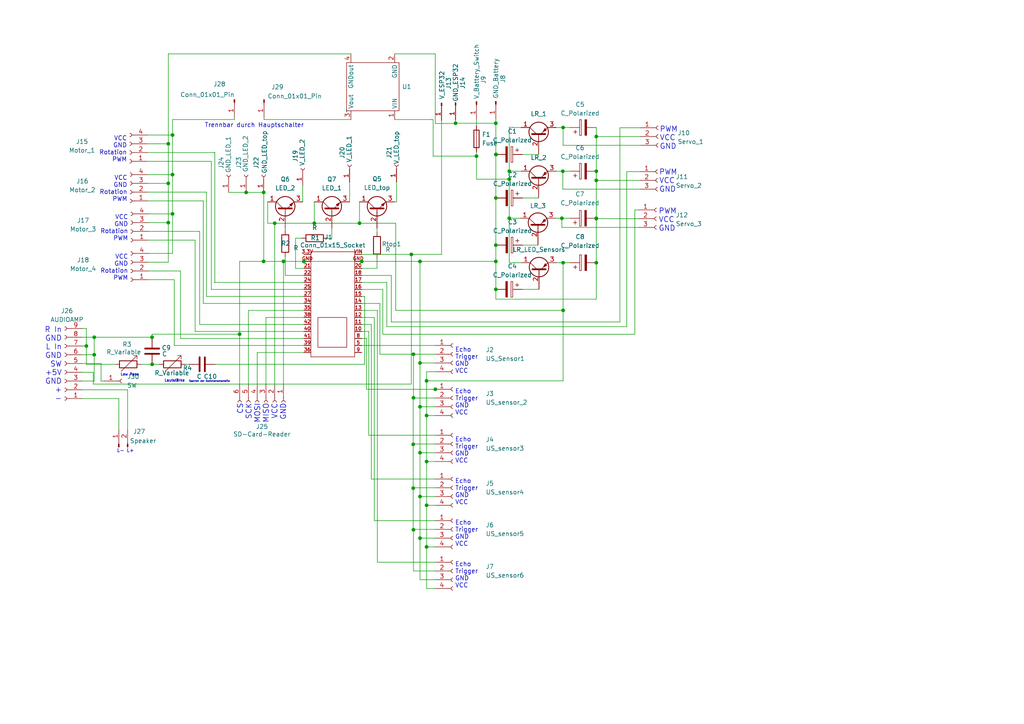
<source format=kicad_sch>
(kicad_sch (version 20230121) (generator eeschema)
  (paper "A4")
  (lib_symbols
    (symbol "Connector:Conn_01x01_Pin" (pin_names (offset 1.016) hide)
      (property "Reference" "J" (at 0 2.54 0))
      (property "Value" "Conn_01x01_Pin" (at 0 -2.54 0))
      (symbol "Conn_01x01_Pin_1_1"
        (polyline (pts (xy 1.27 0) (xy 0.8636 0)) (stroke (width 0.1524)))
        (rectangle (start 0.8636 0.127) (end 0 -0.127) (stroke (width 0.1524)) (fill (type outline)))
        (pin passive line (at 5.08 0 180) (length 3.81) (name "Pin_1") (number "1"))
      )
    )
    (symbol "Connector:Conn_01x01_Socket" (pin_names (offset 1.016) hide)
      (property "Reference" "J" (at 0 2.54 0))
      (property "Value" "Conn_01x01_Socket" (at 0 -2.54 0))
      (symbol "Conn_01x01_Socket_1_1"
        (polyline (pts (xy -1.27 0) (xy -0.508 0)) (stroke (width 0.1524)))
        (arc (start 0 0.508) (mid -0.5058 0) (end 0 -0.508) (stroke (width 0.1524)))
        (pin passive line (at -5.08 0 0) (length 3.81) (name "Pin_1") (number "1"))
      )
    )
    (symbol "Connector:Conn_01x02_Pin" (pin_names (offset 1.016) hide)
      (property "Reference" "J" (at 0 2.54 0))
      (property "Value" "Conn_01x02_Pin" (at 0 -5.08 0))
      (symbol "Conn_01x02_Pin_1_1"
        (polyline (pts (xy 1.27 -2.54) (xy 0.8636 -2.54)) (stroke (width 0.1524)))
        (polyline (pts (xy 1.27 0) (xy 0.8636 0)) (stroke (width 0.1524)))
        (rectangle (start 0.8636 -2.413) (end 0 -2.667) (stroke (width 0.1524)) (fill (type outline)))
        (rectangle (start 0.8636 0.127) (end 0 -0.127) (stroke (width 0.1524)) (fill (type outline)))
        (pin passive line (at 5.08 0 180) (length 3.81) (name "Pin_1") (number "1"))
        (pin passive line (at 5.08 -2.54 180) (length 3.81) (name "Pin_2") (number "2"))
      )
    )
    (symbol "Connector:Conn_01x03_Socket" (pin_names (offset 1.016) hide)
      (property "Reference" "J" (at 0 5.08 0))
      (property "Value" "Conn_01x03_Socket" (at 0 -5.08 0))
      (symbol "Conn_01x03_Socket_1_1"
        (arc (start 0 -2.032) (mid -0.5058 -2.54) (end 0 -3.048) (stroke (width 0.1524)))
        (polyline (pts (xy -1.27 -2.54) (xy -0.508 -2.54)) (stroke (width 0.1524)))
        (polyline (pts (xy -1.27 0) (xy -0.508 0)) (stroke (width 0.1524)))
        (polyline (pts (xy -1.27 2.54) (xy -0.508 2.54)) (stroke (width 0.1524)))
        (arc (start 0 0.508) (mid -0.5058 0) (end 0 -0.508) (stroke (width 0.1524)))
        (arc (start 0 3.048) (mid -0.5058 2.54) (end 0 2.032) (stroke (width 0.1524)))
        (pin passive line (at -5.08 2.54 0) (length 3.81) (name "Pin_1") (number "1"))
        (pin passive line (at -5.08 0 0) (length 3.81) (name "Pin_2") (number "2"))
        (pin passive line (at -5.08 -2.54 0) (length 3.81) (name "Pin_3") (number "3"))
      )
    )
    (symbol "Connector:Conn_01x04_Socket" (pin_names (offset 1.016) hide)
      (property "Reference" "J" (at 0 5.08 0))
      (property "Value" "Conn_01x04_Socket" (at 0 -7.62 0))
      (symbol "Conn_01x04_Socket_1_1"
        (arc (start 0 -4.572) (mid -0.5058 -5.08) (end 0 -5.588) (stroke (width 0.1524)))
        (arc (start 0 -2.032) (mid -0.5058 -2.54) (end 0 -3.048) (stroke (width 0.1524)))
        (polyline (pts (xy -1.27 -5.08) (xy -0.508 -5.08)) (stroke (width 0.1524)))
        (polyline (pts (xy -1.27 -2.54) (xy -0.508 -2.54)) (stroke (width 0.1524)))
        (polyline (pts (xy -1.27 0) (xy -0.508 0)) (stroke (width 0.1524)))
        (polyline (pts (xy -1.27 2.54) (xy -0.508 2.54)) (stroke (width 0.1524)))
        (arc (start 0 0.508) (mid -0.5058 0) (end 0 -0.508) (stroke (width 0.1524)))
        (arc (start 0 3.048) (mid -0.5058 2.54) (end 0 2.032) (stroke (width 0.1524)))
        (pin passive line (at -5.08 2.54 0) (length 3.81) (name "Pin_1") (number "1"))
        (pin passive line (at -5.08 0 0) (length 3.81) (name "Pin_2") (number "2"))
        (pin passive line (at -5.08 -2.54 0) (length 3.81) (name "Pin_3") (number "3"))
        (pin passive line (at -5.08 -5.08 0) (length 3.81) (name "Pin_4") (number "4"))
      )
    )
    (symbol "Connector:Conn_01x06_Socket" (pin_names (offset 1.016) hide)
      (property "Reference" "J" (at 0 7.62 0))
      (property "Value" "Conn_01x06_Socket" (at 0 -10.16 0))
      (symbol "Conn_01x06_Socket_1_1"
        (arc (start 0 -7.112) (mid -0.5058 -7.62) (end 0 -8.128) (stroke (width 0.1524)))
        (arc (start 0 -4.572) (mid -0.5058 -5.08) (end 0 -5.588) (stroke (width 0.1524)))
        (arc (start 0 -2.032) (mid -0.5058 -2.54) (end 0 -3.048) (stroke (width 0.1524)))
        (polyline (pts (xy -1.27 -7.62) (xy -0.508 -7.62)) (stroke (width 0.1524)))
        (polyline (pts (xy -1.27 -5.08) (xy -0.508 -5.08)) (stroke (width 0.1524)))
        (polyline (pts (xy -1.27 -2.54) (xy -0.508 -2.54)) (stroke (width 0.1524)))
        (polyline (pts (xy -1.27 0) (xy -0.508 0)) (stroke (width 0.1524)))
        (polyline (pts (xy -1.27 2.54) (xy -0.508 2.54)) (stroke (width 0.1524)))
        (polyline (pts (xy -1.27 5.08) (xy -0.508 5.08)) (stroke (width 0.1524)))
        (arc (start 0 0.508) (mid -0.5058 0) (end 0 -0.508) (stroke (width 0.1524)))
        (arc (start 0 3.048) (mid -0.5058 2.54) (end 0 2.032) (stroke (width 0.1524)))
        (arc (start 0 5.588) (mid -0.5058 5.08) (end 0 4.572) (stroke (width 0.1524)))
        (pin passive line (at -5.08 5.08 0) (length 3.81) (name "Pin_1") (number "1"))
        (pin passive line (at -5.08 2.54 0) (length 3.81) (name "Pin_2") (number "2"))
        (pin passive line (at -5.08 0 0) (length 3.81) (name "Pin_3") (number "3"))
        (pin passive line (at -5.08 -2.54 0) (length 3.81) (name "Pin_4") (number "4"))
        (pin passive line (at -5.08 -5.08 0) (length 3.81) (name "Pin_5") (number "5"))
        (pin passive line (at -5.08 -7.62 0) (length 3.81) (name "Pin_6") (number "6"))
      )
    )
    (symbol "Connector:Conn_01x09_Socket" (pin_names (offset 1.016) hide)
      (property "Reference" "J" (at 0 12.7 0))
      (property "Value" "Conn_01x09_Socket" (at 0 -12.7 0))
      (symbol "Conn_01x09_Socket_1_1"
        (arc (start 0 -9.652) (mid -0.5058 -10.16) (end 0 -10.668) (stroke (width 0.1524)))
        (arc (start 0 -7.112) (mid -0.5058 -7.62) (end 0 -8.128) (stroke (width 0.1524)))
        (arc (start 0 -4.572) (mid -0.5058 -5.08) (end 0 -5.588) (stroke (width 0.1524)))
        (arc (start 0 -2.032) (mid -0.5058 -2.54) (end 0 -3.048) (stroke (width 0.1524)))
        (polyline (pts (xy -1.27 -10.16) (xy -0.508 -10.16)) (stroke (width 0.1524)))
        (polyline (pts (xy -1.27 -7.62) (xy -0.508 -7.62)) (stroke (width 0.1524)))
        (polyline (pts (xy -1.27 -5.08) (xy -0.508 -5.08)) (stroke (width 0.1524)))
        (polyline (pts (xy -1.27 -2.54) (xy -0.508 -2.54)) (stroke (width 0.1524)))
        (polyline (pts (xy -1.27 0) (xy -0.508 0)) (stroke (width 0.1524)))
        (polyline (pts (xy -1.27 2.54) (xy -0.508 2.54)) (stroke (width 0.1524)))
        (polyline (pts (xy -1.27 5.08) (xy -0.508 5.08)) (stroke (width 0.1524)))
        (polyline (pts (xy -1.27 7.62) (xy -0.508 7.62)) (stroke (width 0.1524)))
        (polyline (pts (xy -1.27 10.16) (xy -0.508 10.16)) (stroke (width 0.1524)))
        (arc (start 0 0.508) (mid -0.5058 0) (end 0 -0.508) (stroke (width 0.1524)))
        (arc (start 0 3.048) (mid -0.5058 2.54) (end 0 2.032) (stroke (width 0.1524)))
        (arc (start 0 5.588) (mid -0.5058 5.08) (end 0 4.572) (stroke (width 0.1524)))
        (arc (start 0 8.128) (mid -0.5058 7.62) (end 0 7.112) (stroke (width 0.1524)))
        (arc (start 0 10.668) (mid -0.5058 10.16) (end 0 9.652) (stroke (width 0.1524)))
        (pin passive line (at -5.08 10.16 0) (length 3.81) (name "Pin_1") (number "1"))
        (pin passive line (at -5.08 7.62 0) (length 3.81) (name "Pin_2") (number "2"))
        (pin passive line (at -5.08 5.08 0) (length 3.81) (name "Pin_3") (number "3"))
        (pin passive line (at -5.08 2.54 0) (length 3.81) (name "Pin_4") (number "4"))
        (pin passive line (at -5.08 0 0) (length 3.81) (name "Pin_5") (number "5"))
        (pin passive line (at -5.08 -2.54 0) (length 3.81) (name "Pin_6") (number "6"))
        (pin passive line (at -5.08 -5.08 0) (length 3.81) (name "Pin_7") (number "7"))
        (pin passive line (at -5.08 -7.62 0) (length 3.81) (name "Pin_8") (number "8"))
        (pin passive line (at -5.08 -10.16 0) (length 3.81) (name "Pin_9") (number "9"))
      )
    )
    (symbol "Device:C" (pin_numbers hide) (pin_names (offset 0.254))
      (property "Reference" "C" (at 0.635 2.54 0))
      (property "Value" "C" (at 0.635 -2.54 0))
      (symbol "C_0_1"
        (polyline (pts (xy -2.032 -0.762) (xy 2.032 -0.762)) (stroke (width 0.508)))
        (polyline (pts (xy -2.032 0.762) (xy 2.032 0.762)) (stroke (width 0.508)))
      )
      (symbol "C_1_1"
        (pin passive line (at 0 3.81 270) (length 2.794) (name "~") (number "1"))
        (pin passive line (at 0 -3.81 90) (length 2.794) (name "~") (number "2"))
      )
    )
    (symbol "Device:C_Polarized" (pin_numbers hide) (pin_names (offset 0.254))
      (property "Reference" "C" (at 0.635 2.54 0))
      (property "Value" "C_Polarized" (at 0.635 -2.54 0))
      (symbol "C_Polarized_0_1"
        (rectangle (start -2.286 0.508) (end 2.286 1.016))
        (polyline (pts (xy -1.778 2.286) (xy -0.762 2.286)))
        (polyline (pts (xy -1.27 2.794) (xy -1.27 1.778)))
        (rectangle (start 2.286 -0.508) (end -2.286 -1.016) (fill (type outline)))
      )
      (symbol "C_Polarized_1_1"
        (pin passive line (at 0 3.81 270) (length 2.794) (name "~") (number "1"))
        (pin passive line (at 0 -3.81 90) (length 2.794) (name "~") (number "2"))
      )
    )
    (symbol "Device:Fuse" (pin_numbers hide) (pin_names (offset 0))
      (property "Reference" "F" (at 2.032 0 90))
      (property "Value" "Fuse" (at -1.905 0 90))
      (symbol "Fuse_0_1"
        (rectangle (start -0.762 -2.54) (end 0.762 2.54) (stroke (width 0.254)))
        (polyline (pts (xy 0 2.54) (xy 0 -2.54)))
      )
      (symbol "Fuse_1_1"
        (pin passive line (at 0 3.81 270) (length 1.27) (name "~") (number "1"))
        (pin passive line (at 0 -3.81 90) (length 1.27) (name "~") (number "2"))
      )
    )
    (symbol "Device:Q_PNP_CBE" (pin_names (offset 0) hide)
      (property "Reference" "Q" (at 5.08 1.27 0))
      (property "Value" "Q_PNP_CBE" (at 5.08 -1.27 0))
      (symbol "Q_PNP_CBE_0_1"
        (polyline (pts (xy 0.635 0.635) (xy 2.54 2.54)))
        (polyline (pts (xy 0.635 -0.635) (xy 2.54 -2.54) (xy 2.54 -2.54)))
        (polyline (pts (xy 0.635 1.905) (xy 0.635 -1.905) (xy 0.635 -1.905)) (stroke (width 0.508)))
        (polyline (pts (xy 2.286 -1.778) (xy 1.778 -2.286) (xy 1.27 -1.27) (xy 2.286 -1.778) (xy 2.286 -1.778)) (fill (type outline)))
        (circle (center 1.27 0) (radius 2.8194) (stroke (width 0.254)))
      )
      (symbol "Q_PNP_CBE_1_1"
        (pin passive line (at 2.54 5.08 270) (length 2.54) (name "C") (number "1"))
        (pin input line (at -5.08 0 0) (length 5.715) (name "B") (number "2"))
        (pin passive line (at 2.54 -5.08 90) (length 2.54) (name "E") (number "3"))
      )
    )
    (symbol "Device:R" (pin_numbers hide) (pin_names (offset 0))
      (property "Reference" "R" (at 2.032 0 90))
      (property "Value" "R" (at 0 0 90))
      (symbol "R_0_1"
        (rectangle (start -1.016 -2.54) (end 1.016 2.54) (stroke (width 0.254)))
      )
      (symbol "R_1_1"
        (pin passive line (at 0 3.81 270) (length 1.27) (name "~") (number "1"))
        (pin passive line (at 0 -3.81 90) (length 1.27) (name "~") (number "2"))
      )
    )
    (symbol "Device:R_Variable" (pin_numbers hide) (pin_names (offset 0))
      (property "Reference" "R" (at 2.54 -2.54 90))
      (property "Value" "R_Variable" (at -2.54 -1.27 90))
      (symbol "R_Variable_0_1"
        (rectangle (start -1.016 -2.54) (end 1.016 2.54) (stroke (width 0.254)))
        (polyline (pts (xy 2.54 1.524) (xy 2.54 2.54) (xy 1.524 2.54) (xy 2.54 2.54) (xy -2.032 -2.032)))
      )
      (symbol "R_Variable_1_1"
        (pin passive line (at 0 3.81 270) (length 1.27) (name "~") (number "1"))
        (pin passive line (at 0 -3.81 90) (length 1.27) (name "~") (number "2"))
      )
    )
    (symbol "Symbol_Library:Boost_converter"
      (property "Reference" "U" (at 0 0 0))
      (symbol "Boost_converter_0_1"
        (rectangle (start 0 0) (end 13.97 -15.24))
      )
      (symbol "Boost_converter_1_1"
        (pin output line (at -2.54 -13.97 0) (length 2.54) (name "VIN") (number "1"))
        (pin output line (at 16.51 -13.97 180) (length 2.54) (name "GND") (number "2"))
        (pin input line (at -2.54 -1.27 0) (length 2.54) (name "Vout") (number "3"))
        (pin input line (at 16.51 -1.27 180) (length 2.54) (name "GNDout") (number "4"))
      )
    )
    (symbol "Symbol_Library:ESP32" (pin_names (offset 1.016) hide)
      (property "Reference" "J" (at 0 -17.78 0))
      (property "Value" "Conn_01x15_Socket" (at 0 -20.32 0))
      (symbol "ESP32_1_1"
        (rectangle (start -6.35 17.78) (end 6.35 -12.7))
        (rectangle (start -4.064 14.986) (end 4.318 6.35))
        (pin passive line (at -8.382 10.414 0) (length 2) (name "10") (number "10"))
        (pin passive line (at -8.382 8.382 0) (length 2) (name "11") (number "11"))
        (pin passive line (at -8.382 6.35 0) (length 2) (name "12") (number "12"))
        (pin passive line (at -8.382 4.318 0) (length 2) (name "13") (number "13"))
        (pin passive line (at -8.382 2.286 0) (length 2) (name "14") (number "14"))
        (pin passive line (at -8.382 0.254 0) (length 2) (name "15") (number "15"))
        (pin passive line (at -8.382 -1.778 0) (length 2) (name "16") (number "16"))
        (pin passive line (at -8.382 -3.81 0) (length 2) (name "17") (number "17"))
        (pin passive line (at -8.382 -5.842 0) (length 2) (name "18") (number "18"))
        (pin passive line (at -8.382 -7.874 0) (length 2) (name "20") (number "20"))
        (pin passive line (at 8.382 -7.874 180) (length 2) (name "21") (number "21"))
        (pin passive line (at 8.382 -5.842 180) (length 2) (name "22") (number "22"))
        (pin passive line (at 8.382 -3.81 180) (length 2) (name "24") (number "24"))
        (pin passive line (at 8.382 -1.778 180) (length 2) (name "25") (number "25"))
        (pin passive line (at 8.382 0.254 180) (length 2) (name "27") (number "27"))
        (pin passive line (at 8.382 -11.938 180) (length 2) (name "3.3V") (number "3.3V"))
        (pin passive line (at 8.382 2.286 180) (length 2) (name "34") (number "34"))
        (pin passive line (at 8.382 4.318 180) (length 2) (name "35") (number "35"))
        (pin passive line (at 8.382 16.51 180) (length 2) (name "36") (number "36"))
        (pin passive line (at 8.382 6.35 180) (length 2) (name "38") (number "38"))
        (pin passive line (at 8.382 14.478 180) (length 2) (name "39") (number "39"))
        (pin passive line (at 8.382 10.414 180) (length 2) (name "40") (number "40"))
        (pin passive line (at 8.382 12.446 180) (length 2) (name "41") (number "41"))
        (pin passive line (at 8.382 8.382 180) (length 2) (name "42") (number "42"))
        (pin passive line (at -8.382 14.478 0) (length 2) (name "5") (number "5"))
        (pin passive line (at -8.382 12.446 0) (length 2) (name "8") (number "8"))
        (pin passive line (at -8.382 16.51 0) (length 2) (name "9") (number "9"))
        (pin passive line (at -8.382 -9.906 0) (length 2) (name "GND") (number "GND"))
        (pin passive line (at 8.382 -9.906 180) (length 2) (name "GND") (number "GND"))
        (pin passive line (at -8.382 -11.938 0) (length 2) (name "VIN") (number "VIN"))
      )
    )
    (symbol "Transistor_BJT:BC546" (pin_names (offset 0) hide)
      (property "Reference" "Q" (at 5.08 1.905 0))
      (property "Value" "BC546" (at 5.08 0 0))
      (symbol "BC546_0_1"
        (polyline (pts (xy 0 0) (xy 0.635 0)))
        (polyline (pts (xy 0.635 0.635) (xy 2.54 2.54)))
        (polyline (pts (xy 0.635 -0.635) (xy 2.54 -2.54) (xy 2.54 -2.54)))
        (polyline (pts (xy 0.635 1.905) (xy 0.635 -1.905) (xy 0.635 -1.905)) (stroke (width 0.508)))
        (polyline (pts (xy 1.27 -1.778) (xy 1.778 -1.27) (xy 2.286 -2.286) (xy 1.27 -1.778) (xy 1.27 -1.778)) (fill (type outline)))
        (circle (center 1.27 0) (radius 2.8194) (stroke (width 0.254)))
      )
      (symbol "BC546_1_1"
        (pin passive line (at 2.54 5.08 270) (length 2.54) (name "C") (number "1"))
        (pin input line (at -5.08 0 0) (length 5.08) (name "B") (number "2"))
        (pin passive line (at 2.54 -5.08 90) (length 2.54) (name "E") (number "3"))
      )
    )
  )
  (junction (at 172.9486 39.5986))
  (junction (at 27.3304 102.8954))
  (junction (at 143.8148 35.7378))
  (junction (at 104.902 75.819))
  (junction (at 123.7234 158.623))
  (junction (at 88.138 75.819))
  (junction (at 143.891 44.8056))
  (junction (at 143.8148 44.8056))
  (junction (at 147.701 49.657))
  (junction (at 71.3994 55.8038))
  (junction (at 138.2014 45.2882))
  (junction (at 44.0944 97.8154))
  (junction (at 172.9486 49.657))
  (junction (at 121.8184 156.083))
  (junction (at 119.3038 73.787))
  (junction (at 172.9486 76.2))
  (junction (at 25.0444 100.3554))
  (junction (at 50.038 62.0268))
  (junction (at 50.038 50.6476))
  (junction (at 172.9486 63.4238))
  (junction (at 91.1606 64.7446))
  (junction (at 79.6798 64.7446))
  (junction (at 119.9134 115.3668))
  (junction (at 163.322 90.0176))
  (junction (at 143.8148 83.9216))
  (junction (at 121.8184 117.983))
  (junction (at 126.2634 112.903))
  (junction (at 123.7234 133.858))
  (junction (at 123.7234 146.558))
  (junction (at 123.7234 120.523))
  (junction (at 123.7234 110.4646))
  (junction (at 143.8148 57.4294))
  (junction (at 119.8372 141.5796))
  (junction (at 147.701 51.9684))
  (junction (at 121.8184 105.283))
  (junction (at 163.2458 49.657))
  (junction (at 48.8188 53.1876))
  (junction (at 27.3304 97.8154))
  (junction (at 104.267 64.7446))
  (junction (at 121.8184 144.018))
  (junction (at 172.9486 52.324))
  (junction (at 172.9486 63.2968))
  (junction (at 48.8188 41.7068))
  (junction (at 147.701 63.2968))
  (junction (at 69.4944 96.9264))
  (junction (at 119.9134 102.743))
  (junction (at 44.1198 105.664))
  (junction (at 132.1308 35.7378))
  (junction (at 119.9134 153.6446))
  (junction (at 121.8184 75.819))
  (junction (at 163.322 36.9824))
  (junction (at 48.8188 64.5668))
  (junction (at 119.8372 128.8796))
  (junction (at 143.8148 71.0946))
  (junction (at 121.8184 131.318))
  (junction (at 143.8148 75.819))
  (junction (at 162.9664 63.2968))
  (junction (at 50.038 39.1668))
  (junction (at 76.454 75.819))
  (junction (at 82.2198 75.819))
  (junction (at 163.322 76.2))
  (junction (at 76.4794 55.8038))
  (wire (pts (xy 184.1246 60.8838) (xy 184.1246 96.9518)))
  (wire (pts (xy 88.138 75.819) (xy 104.902 75.819)))
  (wire (pts (xy 126.238 15.7226) (xy 126.2126 15.7226)))
  (wire (pts (xy 44.0944 98.044) (xy 44.0944 97.8154)))
  (wire (pts (xy 27.3304 110.5154) (xy 23.876 110.5154)))
  (wire (pts (xy 96.2406 66.167) (xy 96.2406 69.088)))
  (wire (pts (xy 128.0668 73.787) (xy 119.3038 73.787)))
  (wire (pts (xy 185.3184 60.8838) (xy 184.1246 60.8838)))
  (wire (pts (xy 62.1538 44.2214) (xy 62.1538 44.2468)))
  (wire (pts (xy 76.5048 75.7428) (xy 76.454 75.7428)))
  (wire (pts (xy 34.4678 115.5954) (xy 34.4678 124.587)))
  (wire (pts (xy 179.8066 37.0586) (xy 179.8066 93.3704)))
  (wire (pts (xy 123.7234 133.858) (xy 126.2634 133.858)))
  (wire (pts (xy 76.454 75.819) (xy 82.2198 75.819)))
  (wire (pts (xy 138.2014 45.2882) (xy 125.6284 45.2882)))
  (wire (pts (xy 76.5048 55.8038) (xy 76.4794 55.8038)))
  (wire (pts (xy 112.1918 81.915) (xy 112.1918 94.742)))
  (wire (pts (xy 163.322 76.2) (xy 165.3286 76.2)))
  (wire (pts (xy 27.051 111.4044) (xy 119.3038 111.4044)))
  (wire (pts (xy 128.0668 34.9504) (xy 128.0668 73.787)))
  (wire (pts (xy 143.8148 86.7664) (xy 172.9486 86.7664)))
  (wire (pts (xy 147.701 51.9684) (xy 147.701 63.2968)))
  (wire (pts (xy 107.696 138.938) (xy 107.696 94.107)))
  (wire (pts (xy 121.8184 131.318) (xy 126.2634 131.318)))
  (wire (pts (xy 156.2354 57.277) (xy 156.2354 57.4294)))
  (wire (pts (xy 59.8932 85.979) (xy 88.138 85.979)))
  (wire (pts (xy 27.3304 102.8954) (xy 23.876 102.8954)))
  (wire (pts (xy 172.9486 63.2968) (xy 172.9486 63.4238)))
  (wire (pts (xy 48.8188 41.7068) (xy 48.8188 15.621)))
  (wire (pts (xy 67.9958 33.9344) (xy 67.9958 34.671)))
  (wire (pts (xy 72.0598 111.6076) (xy 72.0598 90.043)))
  (wire (pts (xy 50.038 50.6476) (xy 50.038 62.0268)))
  (wire (pts (xy 132.1308 34.8234) (xy 132.1308 35.7378)))
  (wire (pts (xy 44.0944 96.9264) (xy 44.0944 97.8154)))
  (wire (pts (xy 69.4944 75.819) (xy 76.454 75.819)))
  (wire (pts (xy 126.2634 107.823) (xy 123.7234 107.823)))
  (wire (pts (xy 110.1852 88.011) (xy 104.902 88.011)))
  (wire (pts (xy 179.8066 93.3704) (xy 113.4872 93.3704)))
  (wire (pts (xy 50.038 34.671) (xy 50.038 39.1668)))
  (wire (pts (xy 185.3184 65.9638) (xy 162.9664 65.9638)))
  (wire (pts (xy 109.4486 90.043) (xy 104.902 90.043)))
  (wire (pts (xy 77.6478 58.547) (xy 77.6478 64.7446)))
  (wire (pts (xy 58.9534 58.2676) (xy 58.9534 88.011)))
  (wire (pts (xy 71.3994 55.8038) (xy 76.4794 55.8038)))
  (wire (pts (xy 123.7234 158.623) (xy 126.2634 158.623)))
  (wire (pts (xy 184.1246 96.9518) (xy 111.0234 96.9518)))
  (wire (pts (xy 143.8148 57.4294) (xy 143.9418 57.4294)))
  (wire (pts (xy 58.9534 88.011) (xy 88.138 88.011)))
  (wire (pts (xy 156.337 83.9216) (xy 156.337 83.82)))
  (wire (pts (xy 161.417 76.2) (xy 163.322 76.2)))
  (wire (pts (xy 61.2902 46.7868) (xy 61.2902 83.947)))
  (wire (pts (xy 147.701 49.657) (xy 147.701 51.9684)))
  (wire (pts (xy 46.1772 105.664) (xy 44.1198 105.664)))
  (wire (pts (xy 43.0276 64.5668) (xy 48.8188 64.5668)))
  (wire (pts (xy 43.0276 81.1276) (xy 50.546 81.1276)))
  (wire (pts (xy 104.267 64.7446) (xy 114.7826 64.7446)))
  (wire (pts (xy 104.902 73.787) (xy 119.3038 73.787)))
  (wire (pts (xy 25.0444 105.664) (xy 33.3756 105.664)))
  (wire (pts (xy 123.7234 110.4646) (xy 123.7234 120.523)))
  (wire (pts (xy 119.8372 115.5446) (xy 119.8372 128.8796)))
  (wire (pts (xy 50.546 100.203) (xy 88.138 100.203)))
  (wire (pts (xy 91.1606 58.547) (xy 91.1606 64.7446)))
  (wire (pts (xy 27.051 111.4044) (xy 27.051 107.9754)))
  (wire (pts (xy 161.1122 63.2968) (xy 162.9664 63.2968)))
  (wire (pts (xy 69.4944 111.6076) (xy 69.5198 111.6076)))
  (wire (pts (xy 23.876 95.2754) (xy 25.0444 95.2754)))
  (wire (pts (xy 172.9486 63.4238) (xy 185.3184 63.4238)))
  (wire (pts (xy 88.138 92.075) (xy 77.1398 92.075)))
  (wire (pts (xy 143.8148 57.4294) (xy 143.8148 71.0946)))
  (wire (pts (xy 172.9486 63.4238) (xy 172.9486 76.2)))
  (wire (pts (xy 147.701 49.657) (xy 151.1554 49.657)))
  (wire (pts (xy 106.3244 112.903) (xy 106.3244 98.171)))
  (wire (pts (xy 76.5048 55.8038) (xy 76.5048 75.7428)))
  (wire (pts (xy 104.902 77.851) (xy 109.347 77.851)))
  (wire (pts (xy 108.5596 151.003) (xy 108.5596 92.075)))
  (wire (pts (xy 79.6798 64.7446) (xy 91.1606 64.7446)))
  (wire (pts (xy 123.7234 170.688) (xy 126.2634 170.688)))
  (wire (pts (xy 48.8188 76.0476) (xy 43.0276 76.0476)))
  (wire (pts (xy 138.3538 45.2882) (xy 138.2014 45.2882)))
  (wire (pts (xy 119.9134 153.543) (xy 126.2634 153.543)))
  (wire (pts (xy 88.138 98.171) (xy 52.3494 98.171)))
  (wire (pts (xy 138.2014 44.0944) (xy 138.2014 45.2882)))
  (wire (pts (xy 121.8184 156.083) (xy 126.2634 156.083)))
  (wire (pts (xy 162.9664 65.9638) (xy 162.9664 63.2968)))
  (wire (pts (xy 147.701 36.9316) (xy 148.8186 36.9316)))
  (wire (pts (xy 143.8148 34.4678) (xy 143.8148 35.7378)))
  (wire (pts (xy 119.8372 128.8796) (xy 119.8372 141.5796)))
  (wire (pts (xy 23.876 100.3554) (xy 25.0444 100.3554)))
  (wire (pts (xy 104.902 81.915) (xy 112.1918 81.915)))
  (wire (pts (xy 119.9134 115.443) (xy 119.9134 115.3668)))
  (wire (pts (xy 85.725 77.851) (xy 85.725 69.088)))
  (wire (pts (xy 101.3968 52.8574) (xy 101.3968 58.547)))
  (wire (pts (xy 23.876 113.0554) (xy 37.0078 113.0554)))
  (wire (pts (xy 62.1538 44.2468) (xy 42.7228 44.2468)))
  (wire (pts (xy 62.4586 105.664) (xy 105.7656 105.664)))
  (wire (pts (xy 111.0234 83.947) (xy 104.902 83.947)))
  (wire (pts (xy 125.6284 34.6964) (xy 125.2474 34.6964)))
  (wire (pts (xy 56.5912 69.6468) (xy 43.0276 69.6468)))
  (wire (pts (xy 143.8148 71.0946) (xy 143.9418 71.0946)))
  (wire (pts (xy 113.4872 79.883) (xy 104.902 79.883)))
  (wire (pts (xy 126.2634 138.938) (xy 107.696 138.938)))
  (wire (pts (xy 119.9134 141.5796) (xy 119.8372 141.5796)))
  (wire (pts (xy 119.9134 141.478) (xy 119.9134 141.5796)))
  (wire (pts (xy 43.0276 67.1068) (xy 57.912 67.1068)))
  (wire (pts (xy 161.3154 36.9824) (xy 163.322 36.9824)))
  (wire (pts (xy 156.2354 44.8056) (xy 156.2354 44.6024)))
  (wire (pts (xy 143.8148 44.8056) (xy 143.8148 57.4294)))
  (wire (pts (xy 126.238 35.814) (xy 126.238 15.7226)))
  (wire (pts (xy 115.0112 58.547) (xy 114.427 58.547)))
  (wire (pts (xy 172.9486 49.657) (xy 172.9232 49.657)))
  (wire (pts (xy 82.7278 66.167) (xy 82.7278 66.8274)))
  (wire (pts (xy 110.1852 102.743) (xy 110.1852 88.011)))
  (wire (pts (xy 105.7656 85.979) (xy 104.902 85.979)))
  (wire (pts (xy 121.8184 105.283) (xy 126.2634 105.283)))
  (wire (pts (xy 143.8148 83.9216) (xy 143.8148 75.819)))
  (wire (pts (xy 119.9134 128.778) (xy 126.2634 128.778)))
  (wire (pts (xy 82.7278 74.4474) (xy 82.7278 79.883)))
  (wire (pts (xy 119.9134 115.3668) (xy 119.9642 115.3668)))
  (wire (pts (xy 104.902 92.075) (xy 108.5596 92.075)))
  (wire (pts (xy 123.7234 146.558) (xy 123.7234 158.623)))
  (wire (pts (xy 62.3062 44.2214) (xy 62.3062 81.8896)))
  (wire (pts (xy 48.8188 53.1876) (xy 48.8188 64.5668)))
  (wire (pts (xy 121.8184 117.983) (xy 126.2634 117.983)))
  (wire (pts (xy 121.8184 168.148) (xy 121.8184 156.083)))
  (wire (pts (xy 172.9486 52.324) (xy 185.6486 52.324)))
  (wire (pts (xy 143.891 44.8056) (xy 143.9164 44.8056)))
  (wire (pts (xy 42.7228 39.1668) (xy 50.038 39.1668)))
  (wire (pts (xy 156.0322 71.0946) (xy 156.0322 70.9168)))
  (wire (pts (xy 148.8186 36.9316) (xy 148.8186 36.9824)))
  (wire (pts (xy 148.8186 36.9824) (xy 151.1554 36.9824)))
  (wire (pts (xy 143.8148 44.8056) (xy 143.891 44.8056)))
  (wire (pts (xy 88.138 102.235) (xy 74.5998 102.235)))
  (wire (pts (xy 30.2514 110.5154) (xy 29.3116 110.5154)))
  (wire (pts (xy 172.9486 86.7664) (xy 172.9486 76.2)))
  (wire (pts (xy 119.9642 115.5446) (xy 119.8372 115.5446)))
  (wire (pts (xy 52.3494 78.5876) (xy 43.0276 78.5876)))
  (wire (pts (xy 151.511 44.8056) (xy 156.2354 44.8056)))
  (wire (pts (xy 69.4944 96.9264) (xy 69.4944 75.819)))
  (wire (pts (xy 126.2888 112.903) (xy 126.2634 112.903)))
  (wire (pts (xy 123.7234 107.823) (xy 123.7234 110.4646)))
  (wire (pts (xy 62.23 81.915) (xy 88.138 81.915)))
  (wire (pts (xy 42.8244 53.1876) (xy 48.8188 53.1876)))
  (wire (pts (xy 105.7656 105.664) (xy 105.7656 85.979)))
  (wire (pts (xy 114.7826 90.0176) (xy 114.7826 64.7446)))
  (wire (pts (xy 111.0234 83.947) (xy 111.0234 96.9518)))
  (wire (pts (xy 151.511 83.9216) (xy 156.337 83.9216)))
  (wire (pts (xy 44.0944 96.9264) (xy 69.4944 96.9264)))
  (wire (pts (xy 57.912 67.1068) (xy 57.912 94.107)))
  (wire (pts (xy 138.2014 45.2882) (xy 138.2014 51.9684)))
  (wire (pts (xy 172.9486 39.5986) (xy 185.801 39.5986)))
  (wire (pts (xy 119.9134 153.543) (xy 119.9134 153.6446)))
  (wire (pts (xy 119.9134 115.443) (xy 126.2634 115.443)))
  (wire (pts (xy 172.8978 63.2968) (xy 172.9486 63.2968)))
  (wire (pts (xy 43.0276 62.0268) (xy 50.038 62.0268)))
  (wire (pts (xy 61.2902 83.947) (xy 88.138 83.947)))
  (wire (pts (xy 163.322 110.4646) (xy 123.7234 110.4646)))
  (wire (pts (xy 119.8372 141.5796) (xy 119.8372 153.6446)))
  (wire (pts (xy 44.0944 98.044) (xy 44.1198 98.044)))
  (wire (pts (xy 29.3116 110.5154) (xy 29.3116 105.4354)))
  (wire (pts (xy 40.9956 105.664) (xy 44.1198 105.664)))
  (wire (pts (xy 50.038 62.0268) (xy 50.038 73.5076)))
  (wire (pts (xy 172.9486 49.657) (xy 172.9486 39.5986)))
  (wire (pts (xy 25.0444 95.2754) (xy 25.0444 100.3554)))
  (wire (pts (xy 109.4486 163.068) (xy 109.4486 90.043)))
  (wire (pts (xy 121.8184 156.083) (xy 121.8184 144.018)))
  (wire (pts (xy 185.801 42.1386) (xy 163.322 42.1386)))
  (wire (pts (xy 107.696 94.107) (xy 104.902 94.107)))
  (wire (pts (xy 88.138 96.139) (xy 56.5912 96.139)))
  (wire (pts (xy 113.4872 79.883) (xy 113.4872 93.3704)))
  (wire (pts (xy 151.5618 71.0946) (xy 156.0322 71.0946)))
  (wire (pts (xy 163.2458 54.864) (xy 163.2458 49.657)))
  (wire (pts (xy 42.8244 55.7276) (xy 59.8932 55.7276)))
  (wire (pts (xy 119.9134 153.6446) (xy 119.8372 153.6446)))
  (wire (pts (xy 95.0722 69.088) (xy 96.2406 69.088)))
  (wire (pts (xy 53.7972 105.664) (xy 54.8386 105.664)))
  (wire (pts (xy 62.1538 44.2214) (xy 62.3062 44.2214)))
  (wire (pts (xy 123.7234 158.623) (xy 123.7234 170.688)))
  (wire (pts (xy 121.8184 144.018) (xy 121.8184 131.318)))
  (wire (pts (xy 138.2014 34.544) (xy 138.2014 36.4744)))
  (wire (pts (xy 112.1918 94.742) (xy 181.7878 94.742)))
  (wire (pts (xy 42.8244 58.2676) (xy 58.9534 58.2676)))
  (wire (pts (xy 76.581 33.9598) (xy 76.581 34.671)))
  (wire (pts (xy 163.2458 49.657) (xy 165.3032 49.657)))
  (wire (pts (xy 77.1398 92.075) (xy 77.1398 111.6076)))
  (wire (pts (xy 163.322 76.2) (xy 163.322 90.0176)))
  (wire (pts (xy 181.7878 49.784) (xy 185.6486 49.784)))
  (wire (pts (xy 132.1308 35.7378) (xy 143.8148 35.7378)))
  (wire (pts (xy 42.7228 46.7868) (xy 61.2902 46.7868)))
  (wire (pts (xy 62.3062 81.8896) (xy 62.23 81.8896)))
  (wire (pts (xy 143.8148 83.9216) (xy 143.8148 86.7664)))
  (wire (pts (xy 104.902 75.819) (xy 121.8184 75.819)))
  (wire (pts (xy 25.0444 105.664) (xy 25.0444 100.3554)))
  (wire (pts (xy 132.1308 35.814) (xy 126.238 35.814)))
  (wire (pts (xy 79.6798 64.7446) (xy 79.6798 111.6076)))
  (wire (pts (xy 48.8188 64.5668) (xy 48.8188 76.0476)))
  (wire (pts (xy 143.8148 71.0946) (xy 143.8148 75.819)))
  (wire (pts (xy 72.0598 90.043) (xy 88.138 90.043)))
  (wire (pts (xy 50.038 73.5076) (xy 43.0276 73.5076)))
  (wire (pts (xy 119.3038 111.4044) (xy 119.3038 73.787)))
  (wire (pts (xy 48.8188 41.7068) (xy 48.8188 53.1876)))
  (wire (pts (xy 50.546 81.1276) (xy 50.546 100.203)))
  (wire (pts (xy 91.1606 64.7446) (xy 104.267 64.7446)))
  (wire (pts (xy 74.5998 102.235) (xy 74.5998 111.6076)))
  (wire (pts (xy 119.9134 102.743) (xy 126.2634 102.743)))
  (wire (pts (xy 123.7234 146.558) (xy 126.2634 146.558)))
  (wire (pts (xy 126.2634 168.148) (xy 121.8184 168.148)))
  (wire (pts (xy 172.9486 52.324) (xy 172.9486 63.2968)))
  (wire (pts (xy 163.322 42.1386) (xy 163.322 36.9824)))
  (wire (pts (xy 119.9134 128.778) (xy 119.9134 128.8796)))
  (wire (pts (xy 172.9486 39.5986) (xy 172.9486 36.9824)))
  (wire (pts (xy 42.7228 41.7068) (xy 48.8188 41.7068)))
  (wire (pts (xy 121.8184 105.283) (xy 121.8184 117.983)))
  (wire (pts (xy 119.9134 102.743) (xy 110.1852 102.743)))
  (wire (pts (xy 151.5618 57.4294) (xy 156.2354 57.4294)))
  (wire (pts (xy 23.876 97.8154) (xy 27.3304 97.8154)))
  (wire (pts (xy 76.581 34.671) (xy 101.7778 34.671)))
  (wire (pts (xy 147.701 63.2968) (xy 147.701 76.2)))
  (wire (pts (xy 82.2198 75.819) (xy 88.138 75.819)))
  (wire (pts (xy 67.9958 34.671) (xy 50.038 34.671)))
  (wire (pts (xy 27.3304 97.8154) (xy 27.3304 102.8954)))
  (wire (pts (xy 121.8184 131.318) (xy 121.8184 117.983)))
  (wire (pts (xy 126.2126 15.621) (xy 114.4778 15.621)))
  (wire (pts (xy 50.038 39.1668) (xy 50.038 50.6476)))
  (wire (pts (xy 23.876 107.9754) (xy 27.051 107.9754)))
  (wire (pts (xy 125.2474 34.6964) (xy 125.2474 34.671)))
  (wire (pts (xy 119.9134 141.478) (xy 126.2634 141.478)))
  (wire (pts (xy 37.0078 113.0554) (xy 37.0078 124.587)))
  (wire (pts (xy 62.23 81.8896) (xy 62.23 81.915)))
  (wire (pts (xy 125.2474 34.671) (xy 114.4778 34.671)))
  (wire (pts (xy 119.9642 115.3668) (xy 119.9642 115.5446)))
  (wire (pts (xy 163.2458 54.864) (xy 185.6486 54.864)))
  (wire (pts (xy 119.9134 102.743) (xy 119.9134 115.3668)))
  (wire (pts (xy 109.347 67.3354) (xy 109.347 66.167)))
  (wire (pts (xy 119.9134 153.6446) (xy 119.9134 165.608)))
  (wire (pts (xy 121.8184 75.819) (xy 143.8148 75.819)))
  (wire (pts (xy 119.9134 128.8796) (xy 119.8372 128.8796)))
  (wire (pts (xy 147.701 36.9316) (xy 147.701 49.657)))
  (wire (pts (xy 185.801 37.0586) (xy 179.8066 37.0586)))
  (wire (pts (xy 126.2634 112.903) (xy 106.3244 112.903)))
  (wire (pts (xy 125.6284 45.2882) (xy 125.6284 34.6964)))
  (wire (pts (xy 126.2634 126.238) (xy 106.9594 126.238)))
  (wire (pts (xy 119.9134 165.608) (xy 126.2634 165.608)))
  (wire (pts (xy 66.3194 55.8038) (xy 71.3994 55.8038)))
  (wire (pts (xy 121.8184 144.018) (xy 126.2634 144.018)))
  (wire (pts (xy 101.3968 58.547) (xy 101.3206 58.547)))
  (wire (pts (xy 69.4944 111.6076) (xy 69.4944 96.9264)))
  (wire (pts (xy 106.3244 98.171) (xy 104.902 98.171)))
  (wire (pts (xy 104.902 100.203) (xy 126.2634 100.203)))
  (wire (pts (xy 143.8148 83.9216) (xy 143.891 83.9216)))
  (wire (pts (xy 123.7234 120.523) (xy 126.2634 120.523)))
  (wire (pts (xy 138.2014 51.9684) (xy 147.701 51.9684)))
  (wire (pts (xy 27.3304 97.8154) (xy 44.0944 97.8154)))
  (wire (pts (xy 163.322 90.0176) (xy 163.322 110.4646)))
  (wire (pts (xy 109.4486 163.068) (xy 126.2634 163.068)))
  (wire (pts (xy 172.9486 49.657) (xy 172.9486 52.324)))
  (wire (pts (xy 27.3304 102.8954) (xy 27.3304 110.5154)))
  (wire (pts (xy 181.7878 94.742) (xy 181.7878 49.784)))
  (wire (pts (xy 76.454 75.7428) (xy 76.454 75.819)))
  (wire (pts (xy 48.8188 15.621) (xy 101.7778 15.621)))
  (wire (pts (xy 59.8932 55.7276) (xy 59.8932 85.979)))
  (wire (pts (xy 147.701 76.2) (xy 151.257 76.2)))
  (wire (pts (xy 163.322 36.9824) (xy 165.3286 36.9824)))
  (wire (pts (xy 104.267 58.547) (xy 104.267 64.7446)))
  (wire (pts (xy 104.902 96.139) (xy 106.9594 96.139)))
  (wire (pts (xy 82.2198 75.819) (xy 82.2198 111.6076)))
  (wire (pts (xy 42.8244 50.6476) (xy 50.038 50.6476)))
  (wire (pts (xy 57.912 94.107) (xy 88.138 94.107)))
  (wire (pts (xy 56.5912 96.139) (xy 56.5912 69.6468)))
  (wire (pts (xy 161.3154 49.657) (xy 163.2458 49.657)))
  (wire (pts (xy 119.9134 153.6446) (xy 119.9642 153.6446)))
  (wire (pts (xy 126.2126 15.7226) (xy 126.2126 15.621)))
  (wire (pts (xy 162.9664 63.2968) (xy 165.2778 63.2968)))
  (wire (pts (xy 23.876 115.5954) (xy 34.4678 115.5954)))
  (wire (pts (xy 85.725 69.088) (xy 87.4522 69.088)))
  (wire (pts (xy 132.1308 35.814) (xy 132.1308 35.7378)))
  (wire (pts (xy 85.725 77.851) (xy 88.138 77.851)))
  (wire (pts (xy 126.2634 151.003) (xy 108.5596 151.003)))
  (wire (pts (xy 123.7234 120.523) (xy 123.7234 133.858)))
  (wire (pts (xy 52.3494 98.171) (xy 52.3494 78.5876)))
  (wire (pts (xy 123.7234 133.858) (xy 123.7234 146.558)))
  (wire (pts (xy 106.9594 126.238) (xy 106.9594 96.139)))
  (wire (pts (xy 88.138 79.883) (xy 82.7278 79.883)))
  (wire (pts (xy 121.8184 75.819) (xy 121.8184 105.283)))
  (wire (pts (xy 163.322 90.0176) (xy 114.7826 90.0176)))
  (wire (pts (xy 143.8148 35.7378) (xy 143.8148 44.8056)))
  (wire (pts (xy 87.8078 53.848) (xy 87.8078 58.547)))
  (wire (pts (xy 109.347 77.851) (xy 109.347 74.9554)))
  (wire (pts (xy 147.701 63.2968) (xy 150.9522 63.2968)))
  (wire (pts (xy 77.6478 64.7446) (xy 79.6798 64.7446)))
  (wire (pts (xy 115.0112 52.7812) (xy 115.0112 58.547)))
  (wire (pts (xy 29.3116 105.4354) (xy 23.876 105.4354)))
  (text "Trennbar durch Hauptschalter" (at 59.3344 37.1856 0) (effects (font (size 1.27 1.27)) (justify left bottom)))
  (text "Echo\nTrigger\nGND\nVCC" (at 131.9784 120.523 0) (effects (font (size 1.27 1.27)) (justify left bottom)))
  (text "Echo\nTrigger\nGND\nVCC" (at 131.9784 108.458 0) (effects (font (size 1.27 1.27)) (justify left bottom)))
  (text "PWM\nVCC\nGND" (at 191.1604 55.9562 0) (effects (font (size 1.55 1.55)) (justify left bottom)))
  (text "Low Pass" (at 34.8996 109.1946 0) (effects (font (size 0.75 0.75)) (justify left bottom)))
  (text "Lautstärke" (at 47.6504 110.9726 0) (effects (font (size 0.75 0.75)) (justify left bottom)))
  (text "VCC\nGND\nRotation\nPWM" (at 36.957 58.6232 0) (effects (font (size 1.27 1.27)) (justify right bottom)))
  (text "CS\nSCK\nMOSI\nMISO\nVCC\nGND" (at 83.058 117.0432 90) (effects (font (size 1.55 1.55)) (justify right bottom)))
  (text "VCC\nGND\nRotation\nPWM" (at 37.1856 70.0024 0) (effects (font (size 1.27 1.27)) (justify right bottom)))
  (text "VCC\nGND\nRotation\nPWM" (at 36.8554 47.1424 0) (effects (font (size 1.27 1.27)) (justify right bottom)))
  (text "Echo\nTrigger\nGND\nVCC" (at 131.9784 158.623 0) (effects (font (size 1.27 1.27)) (justify left bottom)))
  (text "Sperren der Gleichstromanteile" (at 54.7878 111.0234 0) (effects (font (size 0.5 0.5)) (justify left bottom)))
  (text "PWM\nVCC\nGND" (at 191.3128 43.5102 0) (effects (font (size 1.55 1.55)) (justify left bottom)))
  (text "PWM\nVCC\nGND" (at 191.008 67.2592 0) (effects (font (size 1.55 1.55)) (justify left bottom)))
  (text "Echo\nTrigger\nGND\nVCC" (at 131.9784 170.688 0) (effects (font (size 1.27 1.27)) (justify left bottom)))
  (text "Echo\nTrigger\nGND\nVCC" (at 131.9784 146.558 0) (effects (font (size 1.27 1.27)) (justify left bottom)))
  (text "Echo\nTrigger\nGND\nVCC" (at 131.9784 134.493 0) (effects (font (size 1.27 1.27)) (justify left bottom)))
  (text "R In\nGND\nL In\nGND\nSW\n+5V\nGND\n+\n-" (at 17.9832 116.6368 0) (effects (font (size 1.55 1.55)) (justify right bottom)))
  (text "L- L+" (at 33.8836 131.445 0) (effects (font (size 1 1)) (justify left bottom)))
  (text "VCC\nGND\nRotation\nPWM" (at 37.1856 81.4832 0) (effects (font (size 1.27 1.27)) (justify right bottom)))
  (symbol (lib_id "Connector:Conn_01x04_Socket") (at 37.7444 55.7276 180) (unit 1)
    (property "Reference" "J16" (at 23.9014 52.5526 0))
    (property "Value" "Motor_2" (at 23.9014 55.0926 0))
    (property "Footprint" "Connector_PinSocket_2.54mm:PinSocket_1x04_P2.54mm_Vertical" (effects hide))
  )
  (symbol (lib_id "Device:R_Variable") (at 49.9872 105.664 270) (mirror x) (unit 1)
    (property "Reference" "R4" (at 54.3814 106.7562 90))
    (property "Value" "R_Variable" (at 49.8602 108.1786 90))
    (property "Footprint" "Resistor_THT:R_Axial_DIN0207_L6.3mm_D2.5mm_P10.16mm_Horizontal" (effects hide))
  )
  (symbol (lib_id "Connector:Conn_01x04_Socket") (at 131.3434 141.478 0) (unit 1)
    (property "Reference" "J5" (at 140.8684 140.208 0) (effects (justify left)))
    (property "Value" "US_sensor4" (at 140.8684 142.748 0) (effects (justify left)))
    (property "Footprint" "Connector_PinSocket_2.54mm:PinSocket_1x04_P2.54mm_Vertical" (effects hide))
  )
  (symbol (lib_id "Connector:Conn_01x01_Socket") (at 66.3194 50.7238 90) (unit 1)
    (property "Reference" "J24" (at 64.1604 45.4152 0) (effects (justify right)))
    (property "Value" "GND_LED_1" (at 66.2178 39.4716 0) (effects (justify right)))
    (property "Footprint" "Connector_PinSocket_2.54mm:PinSocket_1x01_P2.54mm_Vertical" (effects hide))
  )
  (symbol (lib_id "Connector:Conn_01x02_Pin") (at 34.4678 129.667 90) (unit 1)
    (property "Reference" "J27" (at 38.5826 125.1458 90) (effects (justify right)))
    (property "Value" "Speaker" (at 37.6428 127.8636 90) (effects (justify right)))
    (property "Footprint" "Connector_PinHeader_2.54mm:PinHeader_1x02_P2.54mm_Vertical" (effects hide))
  )
  (symbol (lib_id "Device:C_Polarized") (at 169.1132 49.657 90) (unit 1)
    (property "Reference" "C6" (at 168.2242 42.9006 90))
    (property "Value" "C_Polarized" (at 168.2242 45.4406 90))
    (property "Footprint" "Capacitor_THT:C_Disc_D4.3mm_W1.9mm_P5.00mm" (effects hide))
  )
  (symbol (lib_id "Connector:Conn_01x01_Pin") (at 128.0668 29.8704 270) (unit 1)
    (property "Reference" "J13" (at 130.0988 22.352 0) (effects (justify left)))
    (property "Value" "V_ESP32" (at 128.1684 20.5232 0) (effects (justify left)))
    (property "Footprint" "Connector_PinHeader_2.54mm:PinHeader_1x01_P2.54mm_Vertical" (effects hide))
  )
  (symbol (lib_id "Connector:Conn_01x04_Socket") (at 131.3434 153.543 0) (unit 1)
    (property "Reference" "J6" (at 140.8684 152.273 0) (effects (justify left)))
    (property "Value" "US_sensor5" (at 140.8684 154.813 0) (effects (justify left)))
    (property "Footprint" "Connector_PinSocket_2.54mm:PinSocket_1x04_P2.54mm_Vertical" (effects hide))
  )
  (symbol (lib_id "Device:C_Polarized") (at 147.701 44.8056 270) (unit 1)
    (property "Reference" "C1" (at 148.59 38.1 90))
    (property "Value" "C_Polarized" (at 148.59 40.64 90))
    (property "Footprint" "Capacitor_THT:C_Disc_D4.3mm_W1.9mm_P5.00mm" (effects hide))
  )
  (symbol (lib_id "Connector:Conn_01x01_Pin") (at 138.2014 29.464 270) (unit 1)
    (property "Reference" "J9" (at 140.2334 21.9456 0) (effects (justify left)))
    (property "Value" "V_Battery_Switch" (at 138.2014 12.7254 0) (effects (justify left)))
    (property "Footprint" "Connector_PinHeader_2.54mm:PinHeader_1x01_P2.54mm_Vertical" (effects hide))
  )
  (symbol (lib_id "Device:R") (at 91.2622 69.088 90) (unit 1)
    (property "Reference" "R1" (at 91.44 69.0118 90))
    (property "Value" "R" (at 91.2622 66.04 90))
    (property "Footprint" "Resistor_THT:R_Axial_DIN0207_L6.3mm_D2.5mm_P10.16mm_Horizontal" (effects hide))
  )
  (symbol (lib_id "Device:C") (at 44.1198 101.854 0) (unit 1)
    (property "Reference" "C9" (at 46.8884 100.8888 0) (effects (justify left)))
    (property "Value" "C" (at 46.99 102.6668 0) (effects (justify left)))
    (property "Footprint" "Capacitor_THT:C_Disc_D3.0mm_W1.6mm_P2.50mm" (effects hide))
  )
  (symbol (lib_id "Device:Fuse") (at 138.2014 40.2844 0) (unit 1)
    (property "Reference" "F1" (at 139.7762 39.0144 0) (effects (justify left)))
    (property "Value" "Fuse" (at 139.7762 41.5544 0) (effects (justify left)))
    (property "Footprint" "Fuse:Fuseholder_Clip-5x20mm_Eaton_1A5601-01_Inline_P20.80x6.76mm_D1.70mm_Horizontal" (effects hide))
  )
  (symbol (lib_id "Device:R_Variable") (at 37.1856 105.664 270) (mirror x) (unit 1)
    (property "Reference" "R3" (at 36.83 99.8982 90))
    (property "Value" "R_Variable" (at 35.8902 102.108 90))
    (property "Footprint" "Potentiometer_THT:Potentiometer_Bourns_3386C_Horizontal" (effects hide))
  )
  (symbol (lib_id "Connector:Conn_01x04_Socket") (at 37.6428 44.2468 180) (unit 1)
    (property "Reference" "J15" (at 23.7998 41.0718 0))
    (property "Value" "Motor_1" (at 23.7998 43.6118 0))
    (property "Footprint" "Connector_PinSocket_2.54mm:PinSocket_1x04_P2.54mm_Vertical" (effects hide))
  )
  (symbol (lib_id "Device:Q_PNP_CBE") (at 156.337 78.74 90) (unit 1)
    (property "Reference" "Q1" (effects hide))
    (property "Value" "LR_LED_Sensors" (at 156.337 72.39 90))
    (property "Footprint" "Package_TO_SOT_THT:TO-126-3_Vertical" (effects hide))
  )
  (symbol (lib_id "Connector:Conn_01x03_Socket") (at 190.881 39.5986 0) (unit 1)
    (property "Reference" "J10" (at 196.5198 38.5572 0) (effects (justify left)))
    (property "Value" "Servo_1" (at 196.5198 41.0972 0) (effects (justify left)))
    (property "Footprint" "Connector_PinSocket_2.54mm:PinSocket_1x03_P2.54mm_Vertical" (effects hide))
  )
  (symbol (lib_id "Device:C_Polarized") (at 169.0878 63.2968 90) (unit 1)
    (property "Reference" "C7" (at 168.1988 56.3118 90))
    (property "Value" "C_Polarized" (at 168.1988 58.8518 90))
    (property "Footprint" "Capacitor_THT:C_Disc_D4.3mm_W1.9mm_P5.00mm" (effects hide))
  )
  (symbol (lib_id "Connector:Conn_01x06_Socket") (at 77.1398 116.6876 270) (unit 1)
    (property "Reference" "J25" (at 75.9968 123.7488 90))
    (property "Value" "SD-Card-Reader" (at 75.9714 125.9332 90))
    (property "Footprint" "Connector_PinSocket_2.54mm:PinSocket_1x06_P2.54mm_Vertical" (effects hide))
  )
  (symbol (lib_id "Symbol_Library:ESP32") (at 96.52 85.725 180) (unit 1)
    (property "Reference" "J1" (at 95.3008 68.7832 0))
    (property "Value" "Conn_01x15_Socket" (at 96.52 71.12 0))
    (property "Footprint" "Library:ESP32" (effects hide))
  )
  (symbol (lib_id "Symbol_Library:Boost_converter") (at 100.5078 32.131 90) (unit 1)
    (property "Reference" "U1" (at 116.586 25.146 90) (effects (justify right)))
    (property "Value" "~" (at 100.5078 32.131 0))
    (property "Footprint" "Library:Spannungsregler" (effects hide))
  )
  (symbol (lib_id "Connector:Conn_01x04_Socket") (at 131.3434 165.608 0) (unit 1)
    (property "Reference" "J7" (at 140.8684 164.338 0) (effects (justify left)))
    (property "Value" "US_sensor6" (at 140.8684 166.878 0) (effects (justify left)))
    (property "Footprint" "Connector_PinSocket_2.54mm:PinSocket_1x04_P2.54mm_Vertical" (effects hide))
  )
  (symbol (lib_id "Device:Q_PNP_CBE") (at 156.2354 52.197 90) (unit 1)
    (property "Reference" "Q3" (effects hide))
    (property "Value" "LR_2" (at 156.2354 45.72 90))
    (property "Footprint" "Package_TO_SOT_THT:TO-126-3_Vertical" (effects hide))
  )
  (symbol (lib_id "Connector:Conn_01x01_Pin") (at 76.581 28.8798 270) (unit 1)
    (property "Reference" "J29" (at 78.6638 25.2476 90) (effects (justify left)))
    (property "Value" "Conn_01x01_Pin" (at 77.597 27.8892 90) (effects (justify left)))
    (property "Footprint" "Connector_PinHeader_2.54mm:PinHeader_1x01_P2.54mm_Vertical" (effects hide))
  )
  (symbol (lib_id "Transistor_BJT:BC546") (at 109.347 61.087 90) (unit 1)
    (property "Reference" "Q5" (at 109.347 51.8922 90))
    (property "Value" "LED_top" (at 109.347 54.4322 90))
    (property "Footprint" "Package_TO_SOT_THT:TO-92_Inline" (effects hide))
    (property "Datasheet" "https://www.onsemi.com/pub/Collateral/BC550-D.pdf" (effects hide))
  )
  (symbol (lib_id "Device:R") (at 109.347 71.1454 0) (unit 1)
    (property "Reference" "Rtop1" (at 110.6932 70.7898 0) (effects (justify left)))
    (property "Value" "R" (at 111.76 72.4154 0) (effects (justify left)))
    (property "Footprint" "Resistor_THT:R_Axial_DIN0207_L6.3mm_D2.5mm_P10.16mm_Horizontal" (effects hide))
  )
  (symbol (lib_id "Connector:Conn_01x04_Socket") (at 131.3434 115.443 0) (unit 1)
    (property "Reference" "J3" (at 140.8684 114.173 0) (effects (justify left)))
    (property "Value" "US_sensor_2" (at 140.8684 116.713 0) (effects (justify left)))
    (property "Footprint" "Connector_PinSocket_2.54mm:PinSocket_1x04_P2.54mm_Vertical" (effects hide))
  )
  (symbol (lib_id "Transistor_BJT:BC546") (at 82.7278 61.087 90) (unit 1)
    (property "Reference" "Q6" (at 82.7278 51.9938 90))
    (property "Value" "LED_2" (at 82.7278 54.5338 90))
    (property "Footprint" "Package_TO_SOT_THT:TO-92_Inline" (effects hide))
    (property "Datasheet" "https://www.onsemi.com/pub/Collateral/BC550-D.pdf" (effects hide))
  )
  (symbol (lib_id "Device:Q_PNP_CBE") (at 156.2354 39.5224 90) (unit 1)
    (property "Reference" "Q4" (effects hide))
    (property "Value" "LR_1" (at 156.2354 33.02 90))
    (property "Footprint" "Package_TO_SOT_THT:TO-126-3_Vertical" (effects hide))
  )
  (symbol (lib_id "Connector:Conn_01x04_Socket") (at 37.9476 67.1068 180) (unit 1)
    (property "Reference" "J17" (at 24.1046 63.9318 0))
    (property "Value" "Motor_3" (at 24.1046 66.4718 0))
    (property "Footprint" "Connector_PinSocket_2.54mm:PinSocket_1x04_P2.54mm_Vertical" (effects hide))
  )
  (symbol (lib_id "Connector:Conn_01x01_Socket") (at 101.3968 47.7774 90) (unit 1)
    (property "Reference" "J20" (at 99.2378 42.4688 0) (effects (justify right)))
    (property "Value" "V_LED_1" (at 101.2444 39.2684 0) (effects (justify right)))
    (property "Footprint" "Connector_PinSocket_2.54mm:PinSocket_1x01_P2.54mm_Vertical" (effects hide))
  )
  (symbol (lib_id "Device:C_Polarized") (at 147.701 83.9216 270) (unit 1)
    (property "Reference" "C4" (at 148.59 77.216 90))
    (property "Value" "C_Polarized" (at 148.59 79.756 90))
    (property "Footprint" "Capacitor_THT:C_Disc_D4.3mm_W1.9mm_P5.00mm" (effects hide))
  )
  (symbol (lib_id "Connector:Conn_01x01_Socket") (at 71.3994 50.7238 90) (unit 1)
    (property "Reference" "J23" (at 69.2404 45.4152 0) (effects (justify right)))
    (property "Value" "GND_LED_2" (at 71.1962 39.243 0) (effects (justify right)))
    (property "Footprint" "Connector_PinSocket_2.54mm:PinSocket_1x01_P2.54mm_Vertical" (effects hide))
  )
  (symbol (lib_id "Connector:Conn_01x09_Socket") (at 18.796 105.4354 180) (unit 1)
    (property "Reference" "J26" (at 19.431 90.17 0))
    (property "Value" "AUDIOAMP" (at 19.431 92.71 0))
    (property "Footprint" "Connector_PinSocket_2.00mm:PinSocket_1x09_P2.00mm_Vertical" (effects hide))
  )
  (symbol (lib_id "Connector:Conn_01x01_Socket") (at 115.0112 47.7012 90) (unit 1)
    (property "Reference" "J21" (at 112.8522 42.3926 0) (effects (justify right)))
    (property "Value" "V_LED_top" (at 114.9858 37.9476 0) (effects (justify right)))
    (property "Footprint" "Connector_PinSocket_2.54mm:PinSocket_1x01_P2.54mm_Vertical" (effects hide))
  )
  (symbol (lib_id "Connector:Conn_01x03_Socket") (at 190.3984 63.4238 0) (unit 1)
    (property "Reference" "J12" (at 195.9864 62.3824 0) (effects (justify left)))
    (property "Value" "Servo_3" (at 195.9864 64.9224 0) (effects (justify left)))
    (property "Footprint" "Connector_PinSocket_2.54mm:PinSocket_1x03_P2.54mm_Vertical" (effects hide))
  )
  (symbol (lib_id "Connector:Conn_01x04_Socket") (at 37.9476 78.5876 180) (unit 1)
    (property "Reference" "J18" (at 24.1046 75.4126 0))
    (property "Value" "Motor_4" (at 24.1046 77.9526 0))
    (property "Footprint" "Connector_PinSocket_2.54mm:PinSocket_1x04_P2.54mm_Vertical" (effects hide))
  )
  (symbol (lib_id "Connector:Conn_01x01_Socket") (at 35.3314 110.5154 0) (unit 1)
    (property "Reference" "J30" (at 36.83 109.2454 0) (effects (justify left)))
    (property "Value" "SW" (at 36.83 111.7854 0) (effects (justify left)))
    (property "Footprint" "Connector_PinSocket_2.00mm:PinSocket_1x01_P2.00mm_Vertical" (effects hide))
  )
  (symbol (lib_id "Device:C_Polarized") (at 169.1386 36.9824 90) (unit 1)
    (property "Reference" "C5" (at 168.2496 30.3022 90))
    (property "Value" "C_Polarized" (at 168.2496 32.8422 90))
    (property "Footprint" "Capacitor_THT:C_Disc_D4.3mm_W1.9mm_P5.00mm" (effects hide))
  )
  (symbol (lib_id "Device:R") (at 82.7278 70.6374 0) (unit 1)
    (property "Reference" "R2" (at 81.5086 70.5866 0) (effects (justify left)))
    (property "Value" "R" (at 85.09 71.9074 0) (effects (justify left)))
    (property "Footprint" "Resistor_THT:R_Axial_DIN0207_L6.3mm_D2.5mm_P10.16mm_Horizontal" (effects hide))
  )
  (symbol (lib_id "Connector:Conn_01x04_Socket") (at 131.3434 102.743 0) (unit 1)
    (property "Reference" "J2" (at 140.8684 101.473 0) (effects (justify left)))
    (property "Value" "US_Sensor1" (at 140.8684 104.013 0) (effects (justify left)))
    (property "Footprint" "Connector_PinSocket_2.54mm:PinSocket_1x04_P2.54mm_Vertical" (effects hide))
  )
  (symbol (lib_id "Device:C_Polarized") (at 169.1386 76.2 90) (unit 1)
    (property "Reference" "C8" (at 168.2496 68.6816 90))
    (property "Value" "C_Polarized" (at 168.2496 71.2216 90))
    (property "Footprint" "Capacitor_THT:C_Disc_D4.3mm_W1.9mm_P5.00mm" (effects hide))
  )
  (symbol (lib_id "Connector:Conn_01x03_Socket") (at 190.7286 52.324 0) (unit 1)
    (property "Reference" "J11" (at 195.9864 51.2826 0) (effects (justify left)))
    (property "Value" "Servo_2" (at 195.9864 53.8226 0) (effects (justify left)))
    (property "Footprint" "Connector_PinSocket_2.54mm:PinSocket_1x03_P2.54mm_Vertical" (effects hide))
  )
  (symbol (lib_id "Device:C_Polarized") (at 147.7518 71.0946 270) (unit 1)
    (property "Reference" "C3" (at 148.6408 64.389 90))
    (property "Value" "C_Polarized" (at 148.6408 66.929 90))
    (property "Footprint" "Capacitor_THT:C_Disc_D4.3mm_W1.9mm_P5.00mm" (effects hide))
  )
  (symbol (lib_id "Device:C_Polarized") (at 147.7518 57.4294 270) (unit 1)
    (property "Reference" "C2" (at 148.6408 50.7238 90))
    (property "Value" "C_Polarized" (at 148.6408 53.2638 90))
    (property "Footprint" "Capacitor_THT:C_Disc_D4.3mm_W1.9mm_P5.00mm" (effects hide))
  )
  (symbol (lib_id "Transistor_BJT:BC546") (at 96.2406 61.087 90) (unit 1)
    (property "Reference" "Q7" (at 96.2406 51.9938 90))
    (property "Value" "LED_1" (at 96.2406 54.5338 90))
    (property "Footprint" "Package_TO_SOT_THT:TO-92_Inline" (effects hide))
    (property "Datasheet" "https://www.onsemi.com/pub/Collateral/BC550-D.pdf" (effects hide))
  )
  (symbol (lib_id "Device:Q_PNP_CBE") (at 156.0322 65.8368 90) (unit 1)
    (property "Reference" "Q2" (effects hide))
    (property "Value" "LR_3" (at 156.0322 59.69 90))
    (property "Footprint" "Package_TO_SOT_THT:TO-126-3_Vertical" (effects hide))
  )
  (symbol (lib_id "Connector:Conn_01x01_Pin") (at 143.8148 29.3878 270) (unit 1)
    (property "Reference" "J8" (at 145.8468 21.6662 0) (effects (justify left)))
    (property "Value" "GND_Battery" (at 143.8148 16.8402 0) (effects (justify left)))
    (property "Footprint" "Connector_PinHeader_2.54mm:PinHeader_1x01_P2.54mm_Vertical" (effects hide))
  )
  (symbol (lib_id "Connector:Conn_01x04_Socket") (at 131.3434 128.778 0) (unit 1)
    (property "Reference" "J4" (at 140.8684 127.508 0) (effects (justify left)))
    (property "Value" "US_sensor3" (at 140.8684 130.048 0) (effects (justify left)))
    (property "Footprint" "Connector_PinSocket_2.54mm:PinSocket_1x04_P2.54mm_Vertical" (effects hide))
  )
  (symbol (lib_id "Device:C") (at 58.6486 105.664 270) (unit 1)
    (property "Reference" "C10" (at 59.055 109.1946 90) (effects (justify left)))
    (property "Value" "C" (at 57.023 109.1946 90) (effects (justify left)))
    (property "Footprint" "Capacitor_THT:C_Disc_D3.0mm_W1.6mm_P2.50mm" (effects hide))
  )
  (symbol (lib_id "Connector:Conn_01x01_Pin") (at 67.9958 28.8544 270) (unit 1)
    (property "Reference" "J28" (at 61.849 24.384 90) (effects (justify left)))
    (property "Value" "Conn_01x01_Pin" (at 52.2732 27.4574 90) (effects (justify left)))
    (property "Footprint" "Connector_PinHeader_2.54mm:PinHeader_1x01_P2.54mm_Vertical" (effects hide))
  )
  (symbol (lib_id "Connector:Conn_01x01_Socket") (at 76.4794 50.7238 90) (unit 1)
    (property "Reference" "J22" (at 74.3204 45.4152 0) (effects (justify right)))
    (property "Value" "GND_LED_top" (at 76.708 37.846 0) (effects (justify right)))
    (property "Footprint" "Connector_PinSocket_2.54mm:PinSocket_1x01_P2.54mm_Vertical" (effects hide))
  )
  (symbol (lib_id "Connector:Conn_01x01_Socket") (at 87.8078 48.768 90) (unit 1)
    (property "Reference" "J19" (at 85.6488 43.4594 0) (effects (justify right)))
    (property "Value" "V_LED_2" (at 87.6554 40.259 0) (effects (justify right)))
    (property "Footprint" "Connector_PinSocket_2.54mm:PinSocket_1x01_P2.54mm_Vertical" (effects hide))
  )
  (symbol (lib_id "Connector:Conn_01x01_Pin") (at 132.1308 29.7434 270) (unit 1)
    (property "Reference" "J14" (at 134.1628 22.225 0) (effects (justify left)))
    (property "Value" "GND_ESP32" (at 132.1308 18.3896 0) (effects (justify left)))
    (property "Footprint" "Connector_PinHeader_2.54mm:PinHeader_1x01_P2.54mm_Vertical" (effects hide))
  )
)
</source>
